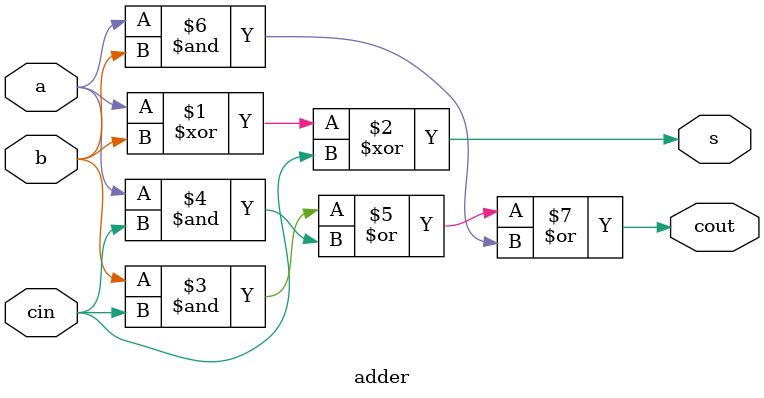
<source format=v>
module Lab2_Part3(SW,LEDR,LEDG);
	input [8:0] SW;
	output [8:0] LEDR;
	output [7:0] LEDG;
	wire [3:0] a,b;
	wire cin,cout,c1,c2,c3;
	
	assign cin = SW[8];
	
	assign a = SW[3:0];
	assign b = SW[7:4];
	
	adder a0 (a[0],b[0],cin,LEDG[0],c1);
	adder a1 (a[1],b[1],c1,LEDG[1],c2);
	adder a2 (a[2],b[2],c2,LEDG[2],c3);
	adder a3 (a[3],b[3],c3,LEDG[3],cout);
	
	assign LEDG[4] = cout;
 	
	assign LEDR = SW;
endmodule

//Takes 2 bits, the carry in, and adds them to result with the sum and carry out
module adder(a,b,cin,s,cout);
	input a;
	input b;
	input cin;
	output s;
	output cout;
	
	assign s = a ^ b ^ cin;
	assign cout = (b & cin) | (a & cin) | (a & b);
endmodule

</source>
